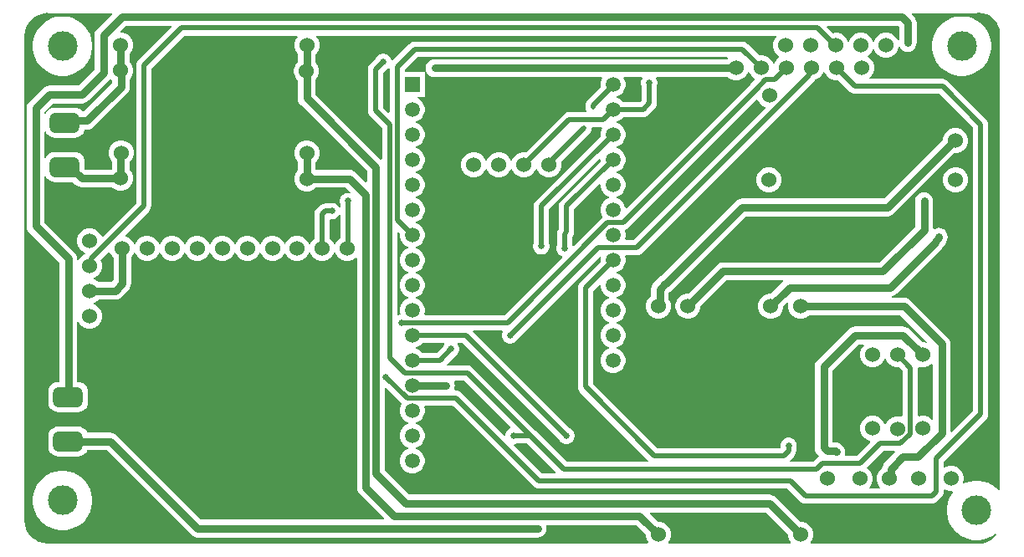
<source format=gbl>
G04*
G04 #@! TF.GenerationSoftware,Altium Limited,Altium Designer,21.0.8 (223)*
G04*
G04 Layer_Physical_Order=2*
G04 Layer_Color=16711680*
%FSLAX24Y24*%
%MOIN*%
G70*
G04*
G04 #@! TF.SameCoordinates,F666B87A-DE90-4157-A89C-B26E4A6581EA*
G04*
G04*
G04 #@! TF.FilePolarity,Positive*
G04*
G01*
G75*
%ADD20C,0.0200*%
%ADD21C,0.0300*%
%ADD23C,0.1181*%
%ADD24R,0.0594X0.0594*%
%ADD25C,0.0594*%
%ADD26C,0.0600*%
%ADD27C,0.0200*%
%ADD28C,0.0250*%
G04:AMPARAMS|DCode=29|XSize=78.7mil|YSize=118.1mil|CornerRadius=19.7mil|HoleSize=0mil|Usage=FLASHONLY|Rotation=270.000|XOffset=0mil|YOffset=0mil|HoleType=Round|Shape=RoundedRectangle|*
%AMROUNDEDRECTD29*
21,1,0.0787,0.0787,0,0,270.0*
21,1,0.0394,0.1181,0,0,270.0*
1,1,0.0394,-0.0394,-0.0197*
1,1,0.0394,-0.0394,0.0197*
1,1,0.0394,0.0394,0.0197*
1,1,0.0394,0.0394,-0.0197*
%
%ADD29ROUNDEDRECTD29*%
G36*
X38456Y21392D02*
X38611Y21344D01*
X38755Y21268D01*
X38881Y21164D01*
X38984Y21038D01*
X39061Y20895D01*
X39108Y20739D01*
X39124Y20577D01*
X39116Y20497D01*
X39116D01*
X39115Y20472D01*
X39115Y20448D01*
Y2394D01*
X39065Y2373D01*
X38960Y2478D01*
X38810Y2588D01*
X38644Y2672D01*
X38466Y2730D01*
X38282Y2759D01*
X38096D01*
X37912Y2730D01*
X37734Y2672D01*
X37695Y2652D01*
X37652Y2686D01*
X37674Y2770D01*
Y2902D01*
X37640Y3029D01*
X37575Y3143D01*
X37481Y3236D01*
X37367Y3302D01*
X37240Y3336D01*
X37109D01*
X36981Y3302D01*
X36926Y3270D01*
X36883Y3295D01*
Y3515D01*
X38564Y5196D01*
X38564Y5196D01*
X38612Y5259D01*
X38642Y5332D01*
X38653Y5410D01*
Y16950D01*
X38653Y16950D01*
X38642Y17028D01*
X38612Y17101D01*
X38564Y17164D01*
X37044Y18683D01*
X36982Y18732D01*
X36909Y18762D01*
X36830Y18772D01*
X33934D01*
X33919Y18822D01*
X34001Y18904D01*
X34067Y19018D01*
X34101Y19146D01*
Y19277D01*
X34067Y19404D01*
X34001Y19518D01*
X33908Y19611D01*
X33861Y19639D01*
Y19689D01*
X33890Y19706D01*
X33984Y19799D01*
X34049Y19913D01*
X34058Y19947D01*
X34108D01*
X34118Y19913D01*
X34183Y19799D01*
X34276Y19706D01*
X34390Y19640D01*
X34518Y19606D01*
X34649D01*
X34776Y19640D01*
X34890Y19706D01*
X34984Y19799D01*
X35049Y19913D01*
X35083Y20040D01*
X35133Y20050D01*
X35144Y20023D01*
X35200Y19950D01*
X35273Y19894D01*
X35359Y19859D01*
X35450Y19847D01*
X35541Y19859D01*
X35627Y19894D01*
X35700Y19950D01*
X35756Y20023D01*
X35791Y20109D01*
X35803Y20200D01*
Y21000D01*
X35791Y21091D01*
X35756Y21177D01*
X35700Y21250D01*
X35597Y21352D01*
X35616Y21399D01*
X38189D01*
X38214Y21400D01*
X38214Y21400D01*
X38293Y21408D01*
X38456Y21392D01*
D02*
G37*
G36*
X35097Y20854D02*
Y20329D01*
X35091Y20325D01*
X35024Y20343D01*
X34984Y20413D01*
X34890Y20506D01*
X34776Y20572D01*
X34649Y20606D01*
X34518D01*
X34390Y20572D01*
X34276Y20506D01*
X34183Y20413D01*
X34118Y20299D01*
X34108Y20265D01*
X34058D01*
X34049Y20299D01*
X33984Y20413D01*
X33890Y20506D01*
X33776Y20572D01*
X33649Y20606D01*
X33518D01*
X33390Y20572D01*
X33276Y20506D01*
X33183Y20413D01*
X33118Y20299D01*
X33108Y20265D01*
X33058D01*
X33049Y20299D01*
X32984Y20413D01*
X32890Y20506D01*
X32776Y20572D01*
X32649Y20606D01*
X32518D01*
X32482Y20596D01*
X32227Y20851D01*
X32246Y20897D01*
X35054D01*
X35097Y20854D01*
D02*
G37*
G36*
X30222Y20451D02*
X30183Y20413D01*
X30118Y20299D01*
X30083Y20172D01*
Y20040D01*
X30118Y19913D01*
X30183Y19799D01*
X30276Y19706D01*
X30323Y19679D01*
Y19629D01*
X30294Y19612D01*
X30201Y19519D01*
X30135Y19405D01*
X30126Y19374D01*
X30075D01*
X30066Y19405D01*
X30001Y19519D01*
X29908Y19612D01*
X29794Y19678D01*
X29666Y19712D01*
X29535D01*
X29530Y19710D01*
X29076Y20164D01*
X29014Y20212D01*
X28941Y20242D01*
X28862Y20253D01*
X15800D01*
X15722Y20242D01*
X15649Y20212D01*
X15586Y20164D01*
X15586Y20164D01*
X14923Y19501D01*
X14868Y19517D01*
X14853Y19575D01*
X14810Y19650D01*
X14750Y19710D01*
X14675Y19753D01*
X14593Y19775D01*
X14507D01*
X14425Y19753D01*
X14350Y19710D01*
X14290Y19650D01*
X14247Y19575D01*
X14247Y19575D01*
X14036Y19364D01*
X13988Y19301D01*
X13958Y19228D01*
X13947Y19150D01*
Y17500D01*
X13958Y17422D01*
X13988Y17349D01*
X14036Y17286D01*
X14497Y16825D01*
Y15567D01*
X14451Y15548D01*
X11853Y18146D01*
Y18738D01*
X11896Y18781D01*
X11961Y18895D01*
X11995Y19022D01*
Y19154D01*
X11961Y19281D01*
X11896Y19395D01*
X11851Y19440D01*
Y19753D01*
X11900Y19802D01*
X11966Y19916D01*
X12000Y20043D01*
Y20175D01*
X11966Y20302D01*
X11900Y20416D01*
X11865Y20451D01*
X11884Y20497D01*
X30203D01*
X30222Y20451D01*
D02*
G37*
G36*
X29135Y19019D02*
X29200Y18905D01*
X29294Y18812D01*
X29343Y18783D01*
X29349Y18734D01*
X29190Y18574D01*
X29168Y18546D01*
X24244Y13622D01*
X24190Y13639D01*
X24163Y13742D01*
X24098Y13855D01*
X24005Y13947D01*
X23892Y14013D01*
X23850Y14024D01*
Y14076D01*
X23892Y14087D01*
X24005Y14152D01*
X24098Y14245D01*
X24163Y14358D01*
X24197Y14484D01*
Y14615D01*
X24163Y14742D01*
X24098Y14855D01*
X24005Y14947D01*
X23892Y15013D01*
X23850Y15024D01*
Y15076D01*
X23892Y15087D01*
X24005Y15152D01*
X24098Y15245D01*
X24163Y15358D01*
X24197Y15484D01*
Y15615D01*
X24163Y15742D01*
X24098Y15855D01*
X24005Y15947D01*
X23892Y16013D01*
X23850Y16024D01*
Y16076D01*
X23892Y16087D01*
X24005Y16152D01*
X24098Y16245D01*
X24163Y16358D01*
X24197Y16484D01*
Y16615D01*
X24163Y16742D01*
X24098Y16855D01*
X24005Y16947D01*
X23892Y17013D01*
X23850Y17024D01*
Y17076D01*
X23892Y17087D01*
X24005Y17152D01*
X24098Y17245D01*
X24099Y17247D01*
X24900D01*
X24978Y17258D01*
X25051Y17288D01*
X25114Y17336D01*
X25364Y17586D01*
X25364Y17586D01*
X25412Y17649D01*
X25442Y17722D01*
X25453Y17800D01*
Y18487D01*
X25453Y18487D01*
X25475Y18570D01*
Y18655D01*
X25453Y18738D01*
X25419Y18797D01*
X25440Y18847D01*
X28264D01*
X28294Y18816D01*
X28408Y18751D01*
X28535Y18717D01*
X28667D01*
X28794Y18751D01*
X28908Y18816D01*
X29001Y18910D01*
X29067Y19024D01*
X29074Y19051D01*
X29126D01*
X29135Y19019D01*
D02*
G37*
G36*
X24881Y18797D02*
X24847Y18738D01*
X24825Y18655D01*
Y18570D01*
X24847Y18487D01*
X24847Y18487D01*
Y17925D01*
X24775Y17853D01*
X24099D01*
X24098Y17855D01*
X24005Y17947D01*
X23892Y18013D01*
X23850Y18024D01*
Y18076D01*
X23892Y18087D01*
X24005Y18152D01*
X24098Y18245D01*
X24163Y18358D01*
X24197Y18484D01*
Y18615D01*
X24163Y18742D01*
X24127Y18804D01*
X24152Y18847D01*
X24860D01*
X24881Y18797D01*
D02*
G37*
G36*
X3747Y18724D02*
Y18596D01*
X2621Y17471D01*
X2562Y17474D01*
X2536Y17508D01*
X2453Y17572D01*
X2357Y17612D01*
X2253Y17626D01*
X1466D01*
X1362Y17612D01*
X1265Y17572D01*
X1183Y17508D01*
X1119Y17425D01*
X1103Y17387D01*
X1053Y17397D01*
Y17454D01*
X1396Y17797D01*
X2550D01*
X2641Y17809D01*
X2727Y17844D01*
X2800Y17900D01*
X3650Y18750D01*
X3656Y18759D01*
X3707Y18762D01*
X3747Y18724D01*
D02*
G37*
G36*
X14774Y19182D02*
X14797Y19172D01*
Y17446D01*
X14751Y17427D01*
X14553Y17625D01*
Y19025D01*
X14675Y19147D01*
X14675Y19147D01*
X14747Y19189D01*
X14774Y19182D01*
D02*
G37*
G36*
X6123Y20851D02*
X4786Y19514D01*
X4738Y19451D01*
X4708Y19378D01*
X4697Y19300D01*
Y13825D01*
X3367Y12495D01*
X3319Y12508D01*
X3317Y12515D01*
X3252Y12629D01*
X3159Y12722D01*
X3045Y12788D01*
X2917Y12822D01*
X2786D01*
X2659Y12788D01*
X2545Y12722D01*
X2451Y12629D01*
X2386Y12515D01*
X2352Y12387D01*
Y12256D01*
X2386Y12129D01*
X2451Y12015D01*
X2545Y11922D01*
X2659Y11856D01*
X2664Y11805D01*
X2659Y11788D01*
X2545Y11722D01*
X2451Y11629D01*
X2403Y11545D01*
X2353Y11558D01*
Y11606D01*
X2341Y11697D01*
X2306Y11782D01*
X2250Y11856D01*
X1053Y13052D01*
Y14888D01*
X1103Y14898D01*
X1119Y14860D01*
X1183Y14777D01*
X1265Y14713D01*
X1362Y14673D01*
X1466Y14660D01*
X2179D01*
X2281Y14558D01*
X2354Y14502D01*
X2440Y14466D01*
X2531Y14454D01*
X3739D01*
X3786Y14407D01*
X3900Y14341D01*
X4027Y14307D01*
X4159D01*
X4286Y14341D01*
X4400Y14407D01*
X4493Y14500D01*
X4559Y14614D01*
X4593Y14741D01*
Y14873D01*
X4559Y15000D01*
X4493Y15114D01*
X4448Y15159D01*
Y15472D01*
X4498Y15521D01*
X4564Y15635D01*
X4598Y15763D01*
Y15894D01*
X4564Y16021D01*
X4498Y16135D01*
X4405Y16228D01*
X4291Y16294D01*
X4163Y16328D01*
X4032D01*
X3905Y16294D01*
X3791Y16228D01*
X3697Y16135D01*
X3632Y16021D01*
X3598Y15894D01*
Y15763D01*
X3632Y15635D01*
X3697Y15521D01*
X3742Y15477D01*
Y15164D01*
X3739Y15160D01*
X2677D01*
X2653Y15184D01*
Y15454D01*
X2640Y15557D01*
X2600Y15654D01*
X2536Y15737D01*
X2453Y15800D01*
X2357Y15840D01*
X2253Y15854D01*
X1466D01*
X1362Y15840D01*
X1265Y15800D01*
X1183Y15737D01*
X1119Y15654D01*
X1103Y15615D01*
X1053Y15625D01*
Y16660D01*
X1103Y16670D01*
X1119Y16631D01*
X1183Y16549D01*
X1265Y16485D01*
X1362Y16445D01*
X1466Y16431D01*
X2253D01*
X2357Y16445D01*
X2453Y16485D01*
X2536Y16549D01*
X2600Y16631D01*
X2640Y16728D01*
X2642Y16747D01*
X2750D01*
X2841Y16759D01*
X2927Y16794D01*
X3000Y16850D01*
X4350Y18200D01*
X4406Y18273D01*
X4441Y18359D01*
X4453Y18450D01*
Y18759D01*
X4490Y18796D01*
X4556Y18910D01*
X4590Y19037D01*
Y19169D01*
X4556Y19296D01*
X4490Y19410D01*
X4445Y19455D01*
Y19768D01*
X4495Y19817D01*
X4561Y19931D01*
X4595Y20058D01*
Y20190D01*
X4561Y20317D01*
X4495Y20431D01*
X4402Y20524D01*
X4288Y20590D01*
X4160Y20624D01*
X4094D01*
X4073Y20674D01*
X4296Y20897D01*
X6104D01*
X6123Y20851D01*
D02*
G37*
G36*
X11135Y20451D02*
X11100Y20416D01*
X11034Y20302D01*
X11000Y20175D01*
Y20043D01*
X11034Y19916D01*
X11100Y19802D01*
X11145Y19757D01*
Y19444D01*
X11095Y19395D01*
X11030Y19281D01*
X10995Y19154D01*
Y19022D01*
X11030Y18895D01*
X11095Y18781D01*
X11147Y18729D01*
Y18000D01*
X11159Y17909D01*
X11194Y17823D01*
X11250Y17750D01*
X13897Y15104D01*
Y14668D01*
X13851Y14648D01*
X13457Y15042D01*
X13384Y15098D01*
X13299Y15133D01*
X13208Y15145D01*
X11854D01*
Y15457D01*
X11903Y15506D01*
X11969Y15620D01*
X12003Y15748D01*
Y15879D01*
X11969Y16006D01*
X11903Y16120D01*
X11810Y16214D01*
X11696Y16279D01*
X11569Y16313D01*
X11437D01*
X11310Y16279D01*
X11196Y16214D01*
X11103Y16120D01*
X11037Y16006D01*
X11003Y15879D01*
Y15748D01*
X11037Y15620D01*
X11103Y15506D01*
X11148Y15462D01*
Y15149D01*
X11098Y15099D01*
X11033Y14985D01*
X10998Y14858D01*
Y14727D01*
X11033Y14599D01*
X11098Y14485D01*
X11191Y14392D01*
X11305Y14326D01*
X11433Y14292D01*
X11564D01*
X11691Y14326D01*
X11805Y14392D01*
X11853Y14439D01*
X13061D01*
X13235Y14265D01*
X13210Y14221D01*
X13193Y14225D01*
X13107D01*
X13025Y14203D01*
X12950Y14160D01*
X12890Y14100D01*
X12847Y14025D01*
X12825Y13943D01*
Y13857D01*
X12847Y13775D01*
X12847Y13774D01*
Y13643D01*
X12839Y13640D01*
X12797Y13635D01*
X12760Y13700D01*
X12700Y13760D01*
X12625Y13803D01*
X12543Y13825D01*
X12457D01*
X12375Y13803D01*
X12374Y13803D01*
X12234D01*
X12156Y13792D01*
X12083Y13762D01*
X12021Y13714D01*
X12021Y13714D01*
X11903Y13597D01*
X11855Y13534D01*
X11825Y13461D01*
X11815Y13383D01*
Y12411D01*
X11810Y12408D01*
X11717Y12315D01*
X11651Y12201D01*
X11642Y12167D01*
X11592D01*
X11583Y12201D01*
X11517Y12315D01*
X11424Y12408D01*
X11310Y12474D01*
X11183Y12508D01*
X11051D01*
X10924Y12474D01*
X10810Y12408D01*
X10717Y12315D01*
X10652Y12201D01*
X10639Y12198D01*
X10612D01*
X10600Y12201D01*
X10534Y12315D01*
X10441Y12408D01*
X10327Y12474D01*
X10200Y12508D01*
X10068D01*
X9941Y12474D01*
X9827Y12408D01*
X9734Y12315D01*
X9668Y12201D01*
X9659Y12167D01*
X9609D01*
X9600Y12201D01*
X9534Y12315D01*
X9441Y12408D01*
X9327Y12474D01*
X9200Y12508D01*
X9068D01*
X8941Y12474D01*
X8827Y12408D01*
X8734Y12315D01*
X8668Y12201D01*
X8659Y12167D01*
X8609D01*
X8600Y12201D01*
X8534Y12315D01*
X8441Y12408D01*
X8327Y12474D01*
X8200Y12508D01*
X8068D01*
X7941Y12474D01*
X7827Y12408D01*
X7734Y12315D01*
X7668Y12201D01*
X7659Y12167D01*
X7609D01*
X7600Y12201D01*
X7534Y12315D01*
X7441Y12408D01*
X7327Y12474D01*
X7200Y12508D01*
X7068D01*
X6941Y12474D01*
X6827Y12408D01*
X6734Y12315D01*
X6668Y12201D01*
X6659Y12167D01*
X6609D01*
X6600Y12201D01*
X6534Y12315D01*
X6441Y12408D01*
X6327Y12474D01*
X6200Y12508D01*
X6068D01*
X5941Y12474D01*
X5827Y12408D01*
X5734Y12315D01*
X5668Y12201D01*
X5659Y12167D01*
X5609D01*
X5600Y12201D01*
X5534Y12315D01*
X5441Y12408D01*
X5327Y12474D01*
X5200Y12508D01*
X5068D01*
X4941Y12474D01*
X4827Y12408D01*
X4734Y12315D01*
X4668Y12201D01*
X4659Y12167D01*
X4609D01*
X4600Y12201D01*
X4534Y12315D01*
X4441Y12408D01*
X4327Y12474D01*
X4276Y12487D01*
X4264Y12536D01*
X5214Y13486D01*
X5262Y13549D01*
X5292Y13622D01*
X5303Y13700D01*
Y19175D01*
X6625Y20497D01*
X11116D01*
X11135Y20451D01*
D02*
G37*
G36*
X29473Y17924D02*
X29532Y17821D01*
X29625Y17728D01*
X29739Y17662D01*
X29766Y17655D01*
X29779Y17607D01*
X24525Y12353D01*
X24213D01*
X24175Y12403D01*
X24197Y12484D01*
Y12615D01*
X24173Y12704D01*
X24175Y12749D01*
X24206Y12767D01*
X24248Y12785D01*
X24311Y12833D01*
X29419Y17941D01*
X29473Y17924D01*
D02*
G37*
G36*
X12839Y13360D02*
X12847Y13357D01*
Y12429D01*
X12810Y12408D01*
X12717Y12315D01*
X12651Y12201D01*
X12642Y12167D01*
X12592D01*
X12583Y12201D01*
X12517Y12315D01*
X12424Y12408D01*
X12420Y12411D01*
Y13146D01*
X12457Y13175D01*
X12543D01*
X12625Y13197D01*
X12700Y13240D01*
X12760Y13300D01*
X12797Y13365D01*
X12839Y13360D01*
D02*
G37*
G36*
X23203Y14555D02*
Y14484D01*
X23237Y14358D01*
X23302Y14245D01*
X23395Y14152D01*
X23508Y14087D01*
X23550Y14076D01*
Y14024D01*
X23508Y14013D01*
X23395Y13947D01*
X23302Y13855D01*
X23237Y13742D01*
X23203Y13615D01*
Y13484D01*
X23237Y13358D01*
X23289Y13268D01*
X23280Y13261D01*
X22132Y12113D01*
X22084Y12126D01*
X22080Y12141D01*
X22080Y12142D01*
Y12472D01*
X22112Y12515D01*
X22142Y12588D01*
X22153Y12666D01*
Y13575D01*
X23153Y14575D01*
X23203Y14555D01*
D02*
G37*
G36*
X3654Y11865D02*
X3668Y11815D01*
X3734Y11701D01*
X3797Y11638D01*
Y10746D01*
X3725Y10675D01*
X3206D01*
X3159Y10722D01*
X3045Y10788D01*
X3011Y10797D01*
Y10847D01*
X3045Y10856D01*
X3159Y10922D01*
X3252Y11015D01*
X3317Y11129D01*
X3352Y11256D01*
Y11387D01*
X3317Y11515D01*
X3290Y11562D01*
X3606Y11878D01*
X3654Y11865D01*
D02*
G37*
G36*
X28275Y19597D02*
X28230Y19553D01*
X16600D01*
X16509Y19541D01*
X16423Y19506D01*
X16350Y19450D01*
X16294Y19377D01*
X16259Y19291D01*
X16247Y19200D01*
X16259Y19109D01*
X16294Y19023D01*
X16350Y18950D01*
X16423Y18894D01*
X16509Y18859D01*
X16600Y18847D01*
X23248D01*
X23273Y18804D01*
X23237Y18742D01*
X23203Y18615D01*
Y18484D01*
X23214Y18442D01*
X22686Y17914D01*
X22638Y17851D01*
X22608Y17778D01*
X22597Y17700D01*
Y17650D01*
X22600Y17630D01*
Y17610D01*
X22605Y17591D01*
X22608Y17572D01*
X22615Y17553D01*
X22620Y17534D01*
X22630Y17517D01*
X22636Y17503D01*
X22631Y17487D01*
X22611Y17453D01*
X22610Y17453D01*
X21957D01*
X21879Y17442D01*
X21806Y17412D01*
X21743Y17364D01*
X21743Y17364D01*
X20232Y15853D01*
X20227Y15854D01*
X20096D01*
X19968Y15820D01*
X19854Y15754D01*
X19761Y15661D01*
X19695Y15547D01*
X19686Y15513D01*
X19636D01*
X19627Y15547D01*
X19562Y15661D01*
X19468Y15754D01*
X19354Y15820D01*
X19227Y15854D01*
X19096D01*
X18968Y15820D01*
X18854Y15754D01*
X18761Y15661D01*
X18695Y15547D01*
X18686Y15513D01*
X18636D01*
X18627Y15547D01*
X18562Y15661D01*
X18468Y15754D01*
X18354Y15820D01*
X18227Y15854D01*
X18096D01*
X17968Y15820D01*
X17854Y15754D01*
X17761Y15661D01*
X17695Y15547D01*
X17661Y15420D01*
Y15289D01*
X17695Y15161D01*
X17761Y15047D01*
X17854Y14954D01*
X17968Y14888D01*
X18096Y14854D01*
X18227D01*
X18354Y14888D01*
X18468Y14954D01*
X18562Y15047D01*
X18627Y15161D01*
X18636Y15195D01*
X18686D01*
X18695Y15161D01*
X18761Y15047D01*
X18854Y14954D01*
X18968Y14888D01*
X19096Y14854D01*
X19227D01*
X19354Y14888D01*
X19468Y14954D01*
X19562Y15047D01*
X19627Y15161D01*
X19636Y15195D01*
X19686D01*
X19695Y15161D01*
X19761Y15047D01*
X19854Y14954D01*
X19968Y14888D01*
X20096Y14854D01*
X20227D01*
X20354Y14888D01*
X20468Y14954D01*
X20562Y15047D01*
X20627Y15161D01*
X20636Y15195D01*
X20686D01*
X20695Y15161D01*
X20761Y15047D01*
X20854Y14954D01*
X20968Y14888D01*
X21096Y14854D01*
X21227D01*
X21354Y14888D01*
X21468Y14954D01*
X21562Y15047D01*
X21627Y15161D01*
X21661Y15289D01*
Y15420D01*
X21648Y15470D01*
X22764Y16586D01*
X22776Y16602D01*
X22790Y16616D01*
X22800Y16633D01*
X22812Y16649D01*
X22820Y16667D01*
X22830Y16684D01*
X22835Y16703D01*
X22842Y16722D01*
X22845Y16741D01*
X22850Y16760D01*
Y16780D01*
X22853Y16800D01*
X22887Y16847D01*
X23248D01*
X23273Y16804D01*
X23237Y16742D01*
X23203Y16615D01*
Y16484D01*
X23204Y16482D01*
X20636Y13914D01*
X20588Y13851D01*
X20558Y13778D01*
X20547Y13700D01*
Y12226D01*
X20547Y12225D01*
X20525Y12143D01*
Y12057D01*
X20547Y11975D01*
X20590Y11900D01*
X20650Y11840D01*
X20725Y11797D01*
X20807Y11775D01*
X20893D01*
X20975Y11797D01*
X21050Y11840D01*
X21110Y11900D01*
X21153Y11975D01*
X21175Y12057D01*
Y12143D01*
X21153Y12225D01*
X21153Y12226D01*
Y13575D01*
X23153Y15575D01*
X23203Y15555D01*
Y15484D01*
X23204Y15482D01*
X21636Y13914D01*
X21588Y13851D01*
X21558Y13778D01*
X21547Y13700D01*
Y12786D01*
X21515Y12744D01*
X21485Y12671D01*
X21474Y12593D01*
Y12142D01*
X21474Y12141D01*
X21452Y12059D01*
Y11973D01*
X21474Y11890D01*
X21517Y11816D01*
X21577Y11756D01*
X21652Y11713D01*
X21667Y11709D01*
X21680Y11661D01*
X19372Y9353D01*
X16213D01*
X16175Y9403D01*
X16197Y9485D01*
Y9615D01*
X16163Y9742D01*
X16098Y9855D01*
X16005Y9948D01*
X15892Y10013D01*
X15850Y10024D01*
Y10076D01*
X15892Y10087D01*
X16005Y10152D01*
X16098Y10245D01*
X16163Y10358D01*
X16197Y10485D01*
Y10615D01*
X16163Y10742D01*
X16098Y10855D01*
X16005Y10948D01*
X15892Y11013D01*
X15850Y11024D01*
Y11076D01*
X15892Y11087D01*
X16005Y11152D01*
X16098Y11245D01*
X16163Y11358D01*
X16197Y11485D01*
Y11615D01*
X16163Y11742D01*
X16098Y11855D01*
X16005Y11948D01*
X15892Y12013D01*
X15850Y12024D01*
Y12076D01*
X15892Y12087D01*
X16005Y12152D01*
X16098Y12245D01*
X16163Y12358D01*
X16197Y12485D01*
Y12615D01*
X16163Y12742D01*
X16098Y12855D01*
X16005Y12948D01*
X15892Y13013D01*
X15850Y13024D01*
Y13076D01*
X15892Y13087D01*
X16005Y13152D01*
X16098Y13245D01*
X16163Y13358D01*
X16197Y13485D01*
Y13615D01*
X16163Y13742D01*
X16098Y13855D01*
X16005Y13948D01*
X15892Y14013D01*
X15850Y14024D01*
Y14076D01*
X15892Y14087D01*
X16005Y14152D01*
X16098Y14245D01*
X16163Y14358D01*
X16197Y14485D01*
Y14615D01*
X16163Y14742D01*
X16098Y14855D01*
X16005Y14948D01*
X15892Y15013D01*
X15850Y15024D01*
Y15076D01*
X15892Y15087D01*
X16005Y15152D01*
X16098Y15245D01*
X16163Y15358D01*
X16197Y15485D01*
Y15615D01*
X16163Y15742D01*
X16098Y15855D01*
X16005Y15948D01*
X15892Y16013D01*
X15850Y16024D01*
Y16076D01*
X15892Y16087D01*
X16005Y16152D01*
X16098Y16245D01*
X16163Y16358D01*
X16197Y16485D01*
Y16615D01*
X16163Y16742D01*
X16098Y16855D01*
X16005Y16948D01*
X15892Y17013D01*
X15850Y17024D01*
Y17076D01*
X15892Y17087D01*
X16005Y17152D01*
X16098Y17245D01*
X16163Y17358D01*
X16197Y17485D01*
Y17615D01*
X16163Y17742D01*
X16098Y17855D01*
X16005Y17948D01*
X15909Y18003D01*
X15922Y18053D01*
X16197D01*
Y19047D01*
X15403D01*
Y19125D01*
X15925Y19647D01*
X28254D01*
X28275Y19597D01*
D02*
G37*
G36*
X15204Y12618D02*
X15203Y12615D01*
Y12485D01*
X15237Y12358D01*
X15302Y12245D01*
X15395Y12152D01*
X15508Y12087D01*
X15550Y12076D01*
Y12024D01*
X15508Y12013D01*
X15395Y11948D01*
X15302Y11855D01*
X15237Y11742D01*
X15203Y11615D01*
Y11485D01*
X15237Y11358D01*
X15302Y11245D01*
X15395Y11152D01*
X15508Y11087D01*
X15550Y11076D01*
Y11024D01*
X15508Y11013D01*
X15395Y10948D01*
X15302Y10855D01*
X15237Y10742D01*
X15203Y10615D01*
Y10485D01*
X15237Y10358D01*
X15302Y10245D01*
X15395Y10152D01*
X15508Y10087D01*
X15550Y10076D01*
Y10024D01*
X15508Y10013D01*
X15395Y9948D01*
X15302Y9855D01*
X15237Y9742D01*
X15203Y9615D01*
Y9485D01*
X15231Y9380D01*
X15224Y9372D01*
X15153Y9352D01*
X15103Y9378D01*
Y12654D01*
X15149Y12673D01*
X15204Y12618D01*
D02*
G37*
G36*
X23218Y11669D02*
X23203Y11615D01*
Y11484D01*
X23207Y11471D01*
X22386Y10650D01*
X22338Y10588D01*
X22308Y10515D01*
X22297Y10436D01*
Y6500D01*
X22308Y6422D01*
X22338Y6349D01*
X22386Y6286D01*
X25119Y3553D01*
X25099Y3503D01*
X21875D01*
X20614Y4764D01*
X18117Y7261D01*
X18054Y7309D01*
X17981Y7339D01*
X17903Y7350D01*
X17093D01*
X17074Y7396D01*
X17375Y7697D01*
X17375Y7697D01*
X17450Y7740D01*
X17510Y7800D01*
X17553Y7875D01*
X17575Y7957D01*
Y8043D01*
X17553Y8125D01*
X17511Y8197D01*
X17518Y8224D01*
X17528Y8247D01*
X17725D01*
X21547Y4425D01*
X21547Y4425D01*
X21590Y4350D01*
X21650Y4290D01*
X21725Y4247D01*
X21807Y4225D01*
X21893D01*
X21975Y4247D01*
X22050Y4290D01*
X22110Y4350D01*
X22153Y4425D01*
X22175Y4507D01*
Y4593D01*
X22153Y4675D01*
X22110Y4750D01*
X22050Y4810D01*
X21975Y4853D01*
X21975Y4853D01*
X18127Y8701D01*
X18146Y8747D01*
X19289D01*
X19314Y8704D01*
X19297Y8675D01*
X19275Y8593D01*
Y8507D01*
X19297Y8425D01*
X19340Y8350D01*
X19400Y8290D01*
X19475Y8247D01*
X19557Y8225D01*
X19643D01*
X19725Y8247D01*
X19800Y8290D01*
X19860Y8350D01*
X19903Y8425D01*
X19903Y8425D01*
X23173Y11695D01*
X23218Y11669D01*
D02*
G37*
G36*
X16982Y8224D02*
X16989Y8197D01*
X16947Y8125D01*
X16947Y8125D01*
X16675Y7853D01*
X16099D01*
X16098Y7855D01*
X16005Y7948D01*
X15892Y8013D01*
X15850Y8024D01*
Y8076D01*
X15892Y8087D01*
X16005Y8152D01*
X16098Y8245D01*
X16099Y8247D01*
X16972D01*
X16982Y8224D01*
D02*
G37*
G36*
X36447Y7390D02*
Y5213D01*
X36401Y5194D01*
X36355Y5239D01*
X36241Y5305D01*
X36114Y5339D01*
X35982D01*
X35901Y5317D01*
X35851Y5356D01*
Y7250D01*
X35870Y7273D01*
X35897Y7289D01*
X35981Y7267D01*
X36112D01*
X36239Y7301D01*
X36353Y7367D01*
X36397Y7411D01*
X36447Y7390D01*
D02*
G37*
G36*
X33706Y8147D02*
X33640Y8081D01*
X33574Y7967D01*
X33540Y7840D01*
Y7708D01*
X33574Y7581D01*
X33640Y7467D01*
X33733Y7374D01*
X33847Y7308D01*
X33975Y7274D01*
X34106D01*
X34233Y7308D01*
X34347Y7374D01*
X34440Y7467D01*
X34506Y7581D01*
X34513Y7607D01*
X34565D01*
X34573Y7576D01*
X34639Y7462D01*
X34732Y7369D01*
X34846Y7303D01*
X34974Y7269D01*
X35105D01*
X35110Y7270D01*
X35245Y7135D01*
Y5344D01*
X35195Y5305D01*
X35105Y5330D01*
X34974D01*
X34846Y5295D01*
X34732Y5230D01*
X34639Y5137D01*
X34573Y5023D01*
X34571Y5012D01*
X34521D01*
X34516Y5030D01*
X34450Y5144D01*
X34357Y5237D01*
X34243Y5303D01*
X34116Y5337D01*
X33984D01*
X33857Y5303D01*
X33743Y5237D01*
X33650Y5144D01*
X33584Y5030D01*
X33550Y4903D01*
Y4771D01*
X33584Y4644D01*
X33650Y4530D01*
X33743Y4437D01*
X33857Y4371D01*
X33948Y4346D01*
X33963Y4291D01*
X33425Y3753D01*
X32963D01*
X32935Y3794D01*
X32941Y3809D01*
X32953Y3900D01*
X32941Y3991D01*
X32906Y4077D01*
X32850Y4150D01*
X32811Y4188D01*
X32738Y4244D01*
X32653Y4279D01*
X32562Y4291D01*
X32453D01*
Y7154D01*
X33496Y8197D01*
X33686D01*
X33706Y8147D01*
D02*
G37*
G36*
X32136Y19023D02*
X32202Y18909D01*
X32295Y18815D01*
X32409Y18750D01*
X32536Y18716D01*
X32668D01*
X32673Y18717D01*
X33134Y18256D01*
X33197Y18207D01*
X33270Y18177D01*
X33348Y18167D01*
X36705D01*
X38047Y16825D01*
Y5535D01*
X37203Y4691D01*
X37153Y4712D01*
Y8200D01*
X37141Y8291D01*
X37106Y8377D01*
X37050Y8450D01*
X35546Y9953D01*
X35473Y10009D01*
X35388Y10044D01*
X35297Y10056D01*
X34825D01*
X34821Y10106D01*
X34841Y10109D01*
X34927Y10144D01*
X35000Y10200D01*
X35930Y11131D01*
X35930Y11131D01*
X36800Y12000D01*
X36856Y12073D01*
X36876Y12123D01*
X36938Y12185D01*
X36994Y12258D01*
X37029Y12343D01*
X37041Y12434D01*
Y12488D01*
X37029Y12580D01*
X36994Y12665D01*
X36938Y12738D01*
X36865Y12794D01*
X36780Y12829D01*
X36688Y12841D01*
X36597Y12829D01*
X36512Y12794D01*
X36503Y12787D01*
X36453Y12812D01*
Y13900D01*
X36441Y13991D01*
X36406Y14077D01*
X36350Y14150D01*
X36277Y14206D01*
X36191Y14241D01*
X36100Y14253D01*
X36009Y14241D01*
X35923Y14206D01*
X35850Y14150D01*
X35794Y14077D01*
X35759Y13991D01*
X35747Y13900D01*
Y12896D01*
X34304Y11453D01*
X28088D01*
X27996Y11441D01*
X27911Y11406D01*
X27838Y11350D01*
X26697Y10208D01*
X26630D01*
X26503Y10174D01*
X26389Y10108D01*
X26296Y10015D01*
X26230Y9901D01*
X26196Y9774D01*
Y9643D01*
X26230Y9515D01*
X26296Y9401D01*
X26389Y9308D01*
X26503Y9242D01*
X26630Y9208D01*
X26762D01*
X26889Y9242D01*
X27003Y9308D01*
X27096Y9401D01*
X27162Y9515D01*
X27196Y9643D01*
Y9709D01*
X28234Y10747D01*
X30473D01*
X30485Y10710D01*
X30486Y10697D01*
X29993Y10204D01*
X29926D01*
X29799Y10169D01*
X29685Y10104D01*
X29592Y10011D01*
X29526Y9897D01*
X29492Y9769D01*
Y9638D01*
X29526Y9511D01*
X29592Y9397D01*
X29685Y9303D01*
X29799Y9238D01*
X29926Y9204D01*
X30058D01*
X30185Y9238D01*
X30299Y9303D01*
X30392Y9397D01*
X30458Y9511D01*
X30492Y9638D01*
Y9704D01*
X30650Y9862D01*
X30694Y9836D01*
X30677Y9769D01*
Y9638D01*
X30711Y9510D01*
X30776Y9396D01*
X30870Y9303D01*
X30984Y9237D01*
X31111Y9203D01*
X31242D01*
X31370Y9237D01*
X31484Y9303D01*
X31531Y9350D01*
X35150D01*
X36207Y8293D01*
X36182Y8248D01*
X36112Y8267D01*
X36046D01*
X35513Y8800D01*
X35440Y8856D01*
X35355Y8891D01*
X35263Y8903D01*
X33350D01*
X33350Y8903D01*
X33259Y8891D01*
X33173Y8856D01*
X33100Y8800D01*
X31850Y7550D01*
X31794Y7477D01*
X31759Y7391D01*
X31747Y7300D01*
Y4076D01*
X31759Y3984D01*
X31794Y3899D01*
X31850Y3826D01*
X31913Y3763D01*
X31905Y3721D01*
X31896Y3710D01*
X31836Y3664D01*
X31836Y3664D01*
X31675Y3503D01*
X30759D01*
X30738Y3553D01*
X30914Y3728D01*
X30962Y3791D01*
X30992Y3864D01*
X31003Y3942D01*
Y4024D01*
X31003Y4025D01*
X31025Y4107D01*
Y4193D01*
X31003Y4275D01*
X30960Y4350D01*
X30900Y4410D01*
X30825Y4453D01*
X30743Y4475D01*
X30657D01*
X30575Y4453D01*
X30500Y4410D01*
X30440Y4350D01*
X30397Y4275D01*
X30375Y4193D01*
Y4107D01*
X30380Y4090D01*
X30342Y4043D01*
X25485D01*
X22903Y6625D01*
Y10311D01*
X23157Y10565D01*
X23203Y10546D01*
Y10484D01*
X23237Y10358D01*
X23302Y10245D01*
X23395Y10152D01*
X23508Y10087D01*
X23550Y10076D01*
Y10024D01*
X23508Y10013D01*
X23395Y9947D01*
X23302Y9855D01*
X23237Y9742D01*
X23203Y9615D01*
Y9484D01*
X23237Y9358D01*
X23302Y9245D01*
X23395Y9152D01*
X23508Y9087D01*
X23550Y9076D01*
Y9024D01*
X23508Y9013D01*
X23395Y8947D01*
X23302Y8855D01*
X23237Y8742D01*
X23203Y8615D01*
Y8484D01*
X23237Y8358D01*
X23302Y8245D01*
X23395Y8152D01*
X23508Y8087D01*
X23550Y8076D01*
Y8024D01*
X23508Y8013D01*
X23395Y7947D01*
X23302Y7855D01*
X23237Y7742D01*
X23203Y7615D01*
Y7484D01*
X23237Y7358D01*
X23302Y7245D01*
X23395Y7152D01*
X23508Y7087D01*
X23635Y7053D01*
X23765D01*
X23892Y7087D01*
X24005Y7152D01*
X24098Y7245D01*
X24163Y7358D01*
X24197Y7484D01*
Y7615D01*
X24163Y7742D01*
X24098Y7855D01*
X24005Y7947D01*
X23892Y8013D01*
X23850Y8024D01*
Y8076D01*
X23892Y8087D01*
X24005Y8152D01*
X24098Y8245D01*
X24163Y8358D01*
X24197Y8484D01*
Y8615D01*
X24163Y8742D01*
X24098Y8855D01*
X24005Y8947D01*
X23892Y9013D01*
X23850Y9024D01*
Y9076D01*
X23892Y9087D01*
X24005Y9152D01*
X24098Y9245D01*
X24163Y9358D01*
X24197Y9484D01*
Y9615D01*
X24163Y9742D01*
X24098Y9855D01*
X24005Y9947D01*
X23892Y10013D01*
X23850Y10024D01*
Y10076D01*
X23892Y10087D01*
X24005Y10152D01*
X24098Y10245D01*
X24163Y10358D01*
X24197Y10484D01*
Y10615D01*
X24163Y10742D01*
X24098Y10855D01*
X24005Y10947D01*
X23892Y11013D01*
X23850Y11024D01*
Y11076D01*
X23892Y11087D01*
X24005Y11152D01*
X24098Y11245D01*
X24163Y11358D01*
X24197Y11484D01*
Y11615D01*
X24175Y11697D01*
X24213Y11747D01*
X24650D01*
X24728Y11758D01*
X24801Y11788D01*
X24864Y11836D01*
X31737Y18709D01*
X31756Y18733D01*
X31792Y18743D01*
X31906Y18809D01*
X32000Y18902D01*
X32065Y19016D01*
X32076Y19055D01*
X32127D01*
X32136Y19023D01*
D02*
G37*
G36*
X19623Y4899D02*
X19608Y4843D01*
X19550Y4810D01*
X19490Y4750D01*
X19447Y4675D01*
X19425Y4593D01*
Y4574D01*
X19375Y4553D01*
X17664Y6264D01*
X17601Y6312D01*
X17528Y6342D01*
X17450Y6353D01*
X17400D01*
X17368Y6403D01*
X17391Y6459D01*
X17403Y6550D01*
X17391Y6641D01*
X17369Y6695D01*
X17402Y6745D01*
X17778D01*
X19623Y4899D01*
D02*
G37*
G36*
X21423Y3099D02*
X21404Y3053D01*
X20875D01*
X19753Y4175D01*
X19774Y4225D01*
X19793D01*
X19875Y4247D01*
X19876Y4247D01*
X20275D01*
X21423Y3099D01*
D02*
G37*
G36*
X34942Y3891D02*
X34522Y3471D01*
X34466Y3398D01*
X34430Y3313D01*
X34421Y3244D01*
X34407Y3236D01*
X34314Y3143D01*
X34248Y3029D01*
X34214Y2902D01*
Y2770D01*
X34248Y2643D01*
X34314Y2529D01*
X34344Y2499D01*
X34325Y2453D01*
X33922D01*
X33903Y2499D01*
X33933Y2529D01*
X33999Y2643D01*
X34033Y2770D01*
Y2902D01*
X33999Y3029D01*
X33933Y3143D01*
X33840Y3236D01*
X33827Y3243D01*
X33821Y3293D01*
X34465Y3938D01*
X34923D01*
X34942Y3891D01*
D02*
G37*
G36*
X1181Y21399D02*
X3734D01*
X3753Y21352D01*
X3150Y20750D01*
X3094Y20677D01*
X3059Y20591D01*
X3047Y20500D01*
Y19146D01*
X2404Y18503D01*
X1250D01*
X1159Y18491D01*
X1073Y18456D01*
X1000Y18400D01*
X450Y17850D01*
X394Y17777D01*
X359Y17691D01*
X347Y17600D01*
Y12906D01*
X359Y12815D01*
X394Y12729D01*
X450Y12656D01*
X1647Y11460D01*
Y6690D01*
X1597D01*
X1493Y6677D01*
X1397Y6637D01*
X1314Y6573D01*
X1250Y6490D01*
X1210Y6394D01*
X1197Y6290D01*
Y5896D01*
X1210Y5793D01*
X1250Y5696D01*
X1314Y5613D01*
X1397Y5550D01*
X1493Y5510D01*
X1597Y5496D01*
X2384D01*
X2488Y5510D01*
X2585Y5550D01*
X2667Y5613D01*
X2731Y5696D01*
X2771Y5793D01*
X2785Y5896D01*
Y6290D01*
X2771Y6394D01*
X2731Y6490D01*
X2667Y6573D01*
X2585Y6637D01*
X2488Y6677D01*
X2384Y6690D01*
X2353D01*
Y9085D01*
X2403Y9099D01*
X2451Y9015D01*
X2545Y8922D01*
X2659Y8856D01*
X2786Y8822D01*
X2917D01*
X3045Y8856D01*
X3159Y8922D01*
X3252Y9015D01*
X3317Y9129D01*
X3352Y9256D01*
Y9388D01*
X3317Y9515D01*
X3252Y9629D01*
X3159Y9722D01*
X3045Y9788D01*
X3011Y9797D01*
Y9847D01*
X3045Y9856D01*
X3159Y9922D01*
X3206Y9969D01*
X3872D01*
X3963Y9981D01*
X4048Y10016D01*
X4121Y10072D01*
X4400Y10350D01*
X4456Y10423D01*
X4491Y10509D01*
X4503Y10600D01*
Y11670D01*
X4534Y11701D01*
X4600Y11815D01*
X4609Y11849D01*
X4659D01*
X4668Y11815D01*
X4734Y11701D01*
X4827Y11608D01*
X4941Y11542D01*
X5068Y11508D01*
X5200D01*
X5327Y11542D01*
X5441Y11608D01*
X5534Y11701D01*
X5600Y11815D01*
X5609Y11849D01*
X5659D01*
X5668Y11815D01*
X5734Y11701D01*
X5827Y11608D01*
X5941Y11542D01*
X6068Y11508D01*
X6200D01*
X6327Y11542D01*
X6441Y11608D01*
X6534Y11701D01*
X6600Y11815D01*
X6609Y11849D01*
X6659D01*
X6668Y11815D01*
X6734Y11701D01*
X6827Y11608D01*
X6941Y11542D01*
X7068Y11508D01*
X7200D01*
X7327Y11542D01*
X7441Y11608D01*
X7534Y11701D01*
X7600Y11815D01*
X7609Y11849D01*
X7659D01*
X7668Y11815D01*
X7734Y11701D01*
X7827Y11608D01*
X7941Y11542D01*
X8068Y11508D01*
X8200D01*
X8327Y11542D01*
X8441Y11608D01*
X8534Y11701D01*
X8600Y11815D01*
X8609Y11849D01*
X8659D01*
X8668Y11815D01*
X8734Y11701D01*
X8827Y11608D01*
X8941Y11542D01*
X9068Y11508D01*
X9200D01*
X9327Y11542D01*
X9441Y11608D01*
X9534Y11701D01*
X9600Y11815D01*
X9609Y11849D01*
X9659D01*
X9668Y11815D01*
X9734Y11701D01*
X9827Y11608D01*
X9941Y11542D01*
X10068Y11508D01*
X10200D01*
X10327Y11542D01*
X10441Y11608D01*
X10534Y11701D01*
X10600Y11815D01*
X10612Y11818D01*
X10639D01*
X10652Y11815D01*
X10717Y11701D01*
X10810Y11608D01*
X10924Y11542D01*
X11051Y11508D01*
X11183D01*
X11310Y11542D01*
X11424Y11608D01*
X11517Y11701D01*
X11583Y11815D01*
X11592Y11849D01*
X11642D01*
X11651Y11815D01*
X11717Y11701D01*
X11810Y11608D01*
X11924Y11542D01*
X12052Y11508D01*
X12183D01*
X12310Y11542D01*
X12424Y11608D01*
X12517Y11701D01*
X12583Y11815D01*
X12592Y11849D01*
X12642D01*
X12651Y11815D01*
X12717Y11701D01*
X12810Y11608D01*
X12924Y11542D01*
X13052Y11508D01*
X13183D01*
X13310Y11542D01*
X13424Y11608D01*
X13451Y11634D01*
X13497Y11615D01*
Y2484D01*
X13509Y2393D01*
X13544Y2308D01*
X13600Y2235D01*
X14586Y1249D01*
X14567Y1203D01*
X7296D01*
X3928Y4571D01*
X3855Y4627D01*
X3770Y4663D01*
X3678Y4675D01*
X2749D01*
X2731Y4719D01*
X2667Y4801D01*
X2585Y4865D01*
X2488Y4905D01*
X2384Y4919D01*
X1597D01*
X1493Y4905D01*
X1397Y4865D01*
X1314Y4801D01*
X1250Y4719D01*
X1210Y4622D01*
X1197Y4518D01*
Y4125D01*
X1210Y4021D01*
X1250Y3925D01*
X1314Y3842D01*
X1397Y3778D01*
X1493Y3738D01*
X1597Y3724D01*
X2384D01*
X2488Y3738D01*
X2585Y3778D01*
X2667Y3842D01*
X2731Y3925D01*
X2749Y3969D01*
X3532D01*
X6900Y600D01*
X6973Y544D01*
X7059Y509D01*
X7150Y497D01*
X20700D01*
X20791Y509D01*
X20877Y544D01*
X20950Y600D01*
X21006Y673D01*
X21041Y759D01*
X21053Y850D01*
X21041Y941D01*
X21035Y955D01*
X21063Y997D01*
X24617D01*
X25005Y608D01*
Y542D01*
X25039Y415D01*
X25103Y305D01*
X25094Y274D01*
X25086Y255D01*
X1181D01*
X1166Y252D01*
X1000Y268D01*
X825Y321D01*
X664Y407D01*
X523Y523D01*
X407Y664D01*
X321Y825D01*
X268Y1000D01*
X252Y1166D01*
X255Y1181D01*
Y20472D01*
X252Y20487D01*
X268Y20654D01*
X321Y20829D01*
X407Y20989D01*
X523Y21130D01*
X664Y21246D01*
X825Y21332D01*
X1000Y21385D01*
X1166Y21402D01*
X1181Y21399D01*
D02*
G37*
G36*
X30676Y609D02*
Y543D01*
X30710Y415D01*
X30773Y305D01*
X30767Y279D01*
X30757Y255D01*
X25924D01*
X25917Y274D01*
X25908Y305D01*
X25971Y415D01*
X26005Y542D01*
Y673D01*
X25971Y801D01*
X25905Y915D01*
X25812Y1008D01*
X25698Y1074D01*
X25571Y1108D01*
X25505D01*
X25161Y1451D01*
X25181Y1497D01*
X29788D01*
X30676Y609D01*
D02*
G37*
G36*
X15283Y5836D02*
X15283Y5836D01*
X15289Y5832D01*
X15237Y5742D01*
X15203Y5615D01*
Y5485D01*
X15237Y5358D01*
X15302Y5245D01*
X15395Y5152D01*
X15508Y5087D01*
X15550Y5076D01*
Y5024D01*
X15508Y5013D01*
X15395Y4948D01*
X15302Y4855D01*
X15237Y4742D01*
X15203Y4615D01*
Y4485D01*
X15237Y4358D01*
X15302Y4245D01*
X15395Y4152D01*
X15508Y4087D01*
X15550Y4076D01*
Y4024D01*
X15508Y4013D01*
X15395Y3948D01*
X15302Y3855D01*
X15237Y3742D01*
X15203Y3615D01*
Y3485D01*
X15237Y3358D01*
X15302Y3245D01*
X15395Y3152D01*
X15508Y3087D01*
X15635Y3053D01*
X15765D01*
X15892Y3087D01*
X16005Y3152D01*
X16098Y3245D01*
X16163Y3358D01*
X16197Y3485D01*
Y3615D01*
X16163Y3742D01*
X16098Y3855D01*
X16005Y3948D01*
X15892Y4013D01*
X15850Y4024D01*
Y4076D01*
X15892Y4087D01*
X16005Y4152D01*
X16098Y4245D01*
X16163Y4358D01*
X16197Y4485D01*
Y4615D01*
X16163Y4742D01*
X16098Y4855D01*
X16005Y4948D01*
X15892Y5013D01*
X15850Y5024D01*
Y5076D01*
X15892Y5087D01*
X16005Y5152D01*
X16098Y5245D01*
X16163Y5358D01*
X16197Y5485D01*
Y5615D01*
X16175Y5697D01*
X16213Y5747D01*
X17325D01*
X20536Y2536D01*
X20599Y2488D01*
X20672Y2458D01*
X20750Y2447D01*
X20750Y2447D01*
X30650D01*
X31161Y1936D01*
X31224Y1888D01*
X31297Y1858D01*
X31375Y1847D01*
X36400D01*
X36478Y1858D01*
X36551Y1888D01*
X36614Y1936D01*
X36795Y2117D01*
X36843Y2179D01*
X36873Y2252D01*
X36883Y2331D01*
Y2377D01*
X36926Y2402D01*
X36981Y2370D01*
X37109Y2336D01*
X37216D01*
X37242Y2287D01*
X37176Y2195D01*
X37091Y2029D01*
X37034Y1852D01*
X37005Y1668D01*
Y1482D01*
X37034Y1297D01*
X37091Y1120D01*
X37176Y954D01*
X37286Y803D01*
X37417Y672D01*
X37568Y562D01*
X37734Y477D01*
X37912Y420D01*
X38096Y391D01*
X38282D01*
X38466Y420D01*
X38644Y477D01*
X38810Y562D01*
X38930Y649D01*
X38979Y623D01*
X38979Y602D01*
X38884Y487D01*
X38759Y384D01*
X38616Y308D01*
X38462Y261D01*
X38301Y245D01*
X38216Y254D01*
X38216Y254D01*
X38189Y255D01*
X38167Y255D01*
X31594D01*
X31585Y279D01*
X31578Y305D01*
X31641Y415D01*
X31676Y543D01*
Y674D01*
X31641Y801D01*
X31576Y915D01*
X31483Y1009D01*
X31369Y1074D01*
X31241Y1108D01*
X31175D01*
X30184Y2100D01*
X30111Y2156D01*
X30025Y2191D01*
X29934Y2203D01*
X15596D01*
X14603Y3196D01*
Y6451D01*
X14649Y6470D01*
X15283Y5836D01*
D02*
G37*
%LPC*%
G36*
X37692Y21263D02*
X37505D01*
X37321Y21234D01*
X37144Y21176D01*
X36978Y21092D01*
X36827Y20982D01*
X36695Y20850D01*
X36586Y20699D01*
X36501Y20533D01*
X36443Y20356D01*
X36414Y20172D01*
Y19986D01*
X36443Y19801D01*
X36501Y19624D01*
X36586Y19458D01*
X36695Y19307D01*
X36827Y19175D01*
X36978Y19066D01*
X37144Y18981D01*
X37321Y18924D01*
X37505Y18894D01*
X37692D01*
X37876Y18924D01*
X38053Y18981D01*
X38219Y19066D01*
X38370Y19175D01*
X38502Y19307D01*
X38611Y19458D01*
X38696Y19624D01*
X38754Y19801D01*
X38783Y19986D01*
Y20172D01*
X38754Y20356D01*
X38696Y20533D01*
X38611Y20699D01*
X38502Y20850D01*
X38370Y20982D01*
X38219Y21092D01*
X38053Y21176D01*
X37876Y21234D01*
X37692Y21263D01*
D02*
G37*
G36*
X37423Y15240D02*
X37292D01*
X37164Y15206D01*
X37050Y15140D01*
X36957Y15047D01*
X36892Y14933D01*
X36857Y14806D01*
Y14674D01*
X36892Y14547D01*
X36957Y14433D01*
X37050Y14340D01*
X37164Y14274D01*
X37292Y14240D01*
X37423D01*
X37550Y14274D01*
X37664Y14340D01*
X37758Y14433D01*
X37823Y14547D01*
X37857Y14674D01*
Y14806D01*
X37823Y14933D01*
X37758Y15047D01*
X37664Y15140D01*
X37550Y15206D01*
X37423Y15240D01*
D02*
G37*
G36*
X29982Y15240D02*
X29850D01*
X29723Y15206D01*
X29609Y15140D01*
X29516Y15047D01*
X29450Y14933D01*
X29416Y14806D01*
Y14674D01*
X29450Y14547D01*
X29516Y14433D01*
X29609Y14340D01*
X29723Y14274D01*
X29850Y14240D01*
X29982D01*
X30109Y14274D01*
X30223Y14340D01*
X30316Y14433D01*
X30382Y14547D01*
X30416Y14674D01*
Y14806D01*
X30382Y14933D01*
X30316Y15047D01*
X30223Y15140D01*
X30109Y15206D01*
X29982Y15240D01*
D02*
G37*
G36*
X37416Y16800D02*
X37284D01*
X37157Y16766D01*
X37043Y16700D01*
X36950Y16607D01*
X36884Y16493D01*
X36850Y16366D01*
Y16353D01*
X34500Y14003D01*
X28850D01*
X28759Y13991D01*
X28673Y13956D01*
X28600Y13900D01*
X26150Y11450D01*
X26150Y11450D01*
X25612Y10911D01*
X25599Y10906D01*
X25526Y10850D01*
X25324Y10648D01*
X25268Y10574D01*
X25233Y10489D01*
X25221Y10398D01*
Y10116D01*
X25209Y10109D01*
X25116Y10016D01*
X25050Y9902D01*
X25016Y9775D01*
Y9643D01*
X25050Y9516D01*
X25116Y9402D01*
X25209Y9309D01*
X25323Y9243D01*
X25450Y9209D01*
X25582D01*
X25709Y9243D01*
X25823Y9309D01*
X25916Y9402D01*
X25982Y9516D01*
X26016Y9643D01*
Y9775D01*
X25982Y9902D01*
X25927Y9998D01*
Y10252D01*
X25964Y10289D01*
X25977Y10294D01*
X26050Y10350D01*
X26650Y10950D01*
X26650Y10950D01*
X28996Y13297D01*
X34647D01*
X34738Y13309D01*
X34823Y13344D01*
X34896Y13400D01*
X37296Y15800D01*
X37416D01*
X37543Y15834D01*
X37657Y15900D01*
X37750Y15993D01*
X37816Y16107D01*
X37850Y16234D01*
Y16366D01*
X37816Y16493D01*
X37750Y16607D01*
X37657Y16700D01*
X37543Y16766D01*
X37416Y16800D01*
D02*
G37*
G36*
X1865Y21263D02*
X1678D01*
X1494Y21234D01*
X1317Y21176D01*
X1151Y21092D01*
X1000Y20982D01*
X868Y20850D01*
X759Y20699D01*
X674Y20533D01*
X617Y20356D01*
X587Y20172D01*
Y19986D01*
X617Y19801D01*
X674Y19624D01*
X759Y19458D01*
X868Y19307D01*
X1000Y19175D01*
X1151Y19066D01*
X1317Y18981D01*
X1494Y18924D01*
X1678Y18894D01*
X1865D01*
X2049Y18924D01*
X2226Y18981D01*
X2392Y19066D01*
X2543Y19175D01*
X2675Y19307D01*
X2785Y19458D01*
X2869Y19624D01*
X2927Y19801D01*
X2956Y19986D01*
Y20172D01*
X2927Y20356D01*
X2869Y20533D01*
X2785Y20699D01*
X2675Y20850D01*
X2543Y20982D01*
X2392Y21092D01*
X2226Y21176D01*
X2049Y21234D01*
X1865Y21263D01*
D02*
G37*
G36*
Y3153D02*
X1678D01*
X1494Y3124D01*
X1317Y3066D01*
X1151Y2981D01*
X1000Y2872D01*
X868Y2740D01*
X759Y2589D01*
X674Y2423D01*
X617Y2246D01*
X587Y2062D01*
Y1875D01*
X617Y1691D01*
X674Y1514D01*
X759Y1348D01*
X868Y1197D01*
X1000Y1065D01*
X1151Y956D01*
X1317Y871D01*
X1494Y813D01*
X1678Y784D01*
X1865D01*
X2049Y813D01*
X2226Y871D01*
X2392Y956D01*
X2543Y1065D01*
X2675Y1197D01*
X2785Y1348D01*
X2869Y1514D01*
X2927Y1691D01*
X2956Y1875D01*
Y2062D01*
X2927Y2246D01*
X2869Y2423D01*
X2785Y2589D01*
X2675Y2740D01*
X2543Y2872D01*
X2392Y2981D01*
X2226Y3066D01*
X2049Y3124D01*
X1865Y3153D01*
D02*
G37*
%LPD*%
D20*
X23700Y18500D02*
Y18550D01*
X22900Y17700D02*
X23700Y18500D01*
X22900Y17650D02*
Y17700D01*
X21161Y15411D02*
X22550Y16800D01*
X21161Y15354D02*
Y15411D01*
X20161Y15354D02*
X21957Y17150D01*
X23300D02*
X23700Y17550D01*
X21957Y17150D02*
X23300D01*
X23700Y17550D02*
X24900D01*
X15270Y9050D02*
X19497D01*
X15267Y9047D02*
X15270Y9050D01*
X19497D02*
X23494Y13047D01*
X15700Y7550D02*
X16800D01*
X17250Y8000D01*
X19600Y8550D02*
X23100Y12050D01*
X12234Y13500D02*
X12500D01*
X12117Y13383D02*
X12234Y13500D01*
X12117Y12008D02*
Y13383D01*
X14650Y6897D02*
X15497Y6050D01*
X17450D01*
X20400Y4550D02*
X21750Y3200D01*
X17903Y7047D02*
X20400Y4550D01*
X19750D02*
X20400D01*
X13117Y12008D02*
X13150Y12041D01*
Y13900D01*
X15800Y19950D02*
X28862D01*
X15100Y19250D02*
X15800Y19950D01*
X28862D02*
X29601Y19212D01*
X14250Y19150D02*
X14550Y19450D01*
X14250Y17500D02*
Y19150D01*
X15100Y13150D02*
Y19250D01*
X17850Y8550D02*
X21850Y4550D01*
X15700Y8550D02*
X17850D01*
X14800Y7650D02*
Y16950D01*
Y7650D02*
X15403Y7047D01*
X17903D01*
X15100Y13150D02*
X15700Y12550D01*
X14250Y17500D02*
X14800Y16950D01*
X17450Y6050D02*
X20750Y2750D01*
X23494Y13047D02*
X24097D01*
X24650Y12050D02*
X31523Y18923D01*
X23100Y12050D02*
X24650D01*
X30700Y3942D02*
Y4150D01*
X30498Y3740D02*
X30700Y3942D01*
X25360Y3740D02*
X30498D01*
X25150Y17800D02*
Y18612D01*
X21777Y12016D02*
Y12593D01*
X21850Y12666D02*
Y13700D01*
X21777Y12593D02*
X21850Y12666D01*
X31523Y19133D02*
X31599Y19209D01*
X31523Y18923D02*
Y19133D01*
X24097Y13047D02*
X29404Y18354D01*
Y18360D01*
X29793Y18750D01*
X36400Y2150D02*
X36581Y2331D01*
Y3641D02*
X38350Y5410D01*
X36581Y2331D02*
Y3641D01*
X30138Y18750D02*
X30601Y19212D01*
X29793Y18750D02*
X30138D01*
X21750Y3200D02*
X31800D01*
X32050Y3450D01*
X33550D01*
X34340Y4240D01*
X35157D01*
X2928Y11398D02*
Y11628D01*
X5000Y13700D02*
Y19300D01*
X2852Y11322D02*
X2928Y11398D01*
Y11628D02*
X5000Y13700D01*
X38350Y5410D02*
Y16950D01*
X36830Y18470D02*
X38350Y16950D01*
X33348Y18470D02*
X36830D01*
X35039Y7769D02*
X35548Y7260D01*
X35157Y4240D02*
X35548Y4631D01*
Y7260D01*
X30775Y2750D02*
X31375Y2150D01*
X20750Y2750D02*
X30775D01*
X31375Y2150D02*
X36400D01*
X22600Y6500D02*
X25360Y3740D01*
X22600Y6500D02*
Y10436D01*
X6500Y20800D02*
X31850D01*
X5000Y19300D02*
X6500Y20800D01*
X31850D02*
X32544Y20106D01*
X32583D01*
X21850Y13700D02*
X23700Y15550D01*
X20850Y13700D02*
X23700Y16550D01*
X20850Y12100D02*
Y13700D01*
X24900Y17550D02*
X25150Y17800D01*
X32602Y19216D02*
X33348Y18470D01*
X22600Y10436D02*
X23659Y11495D01*
D21*
X15700Y6550D02*
X17050D01*
X11498Y14792D02*
X13208D01*
X13850Y2484D02*
Y14150D01*
X13208Y14792D02*
X13850Y14150D01*
X16600Y19200D02*
X28584D01*
X14250Y3050D02*
X15450Y1850D01*
X13850Y2484D02*
X14984Y1350D01*
X11500Y18000D02*
X14250Y15250D01*
Y3050D02*
Y15250D01*
X28584Y19200D02*
X28601Y19217D01*
X3400Y20500D02*
X4150Y21250D01*
X3400Y19000D02*
Y20500D01*
X2550Y18150D02*
X3400Y19000D01*
X700Y12906D02*
Y17600D01*
X1250Y18150D01*
X700Y12906D02*
X2000Y11606D01*
X34647Y13650D02*
X37322Y16325D01*
X28850Y13650D02*
X34647D01*
X32100Y4076D02*
X32237Y3938D01*
X32100Y4076D02*
Y7300D01*
X32562Y3938D02*
X32600Y3900D01*
X32237Y3938D02*
X32562D01*
X4150Y10600D02*
Y12012D01*
X26400Y11200D02*
X28850Y13650D01*
X26400Y11200D02*
Y11200D01*
X25574Y10398D02*
X25776Y10600D01*
X25800D01*
X25574Y9766D02*
Y10398D01*
X25800Y10600D02*
X26400Y11200D01*
X35200Y21250D02*
X35450Y21000D01*
Y20200D02*
Y21000D01*
X4150Y21250D02*
X35200D01*
X34714Y2836D02*
X34771Y2893D01*
Y3221D02*
X35250Y3700D01*
X35850D01*
X34771Y2893D02*
Y3221D01*
X35850Y3700D02*
X36800Y4650D01*
Y8200D01*
X2531Y14807D02*
X4093D01*
X2081Y15257D02*
X2531Y14807D01*
X1859Y15257D02*
X2081D01*
X1931Y17100D02*
X2750D01*
X1859Y17028D02*
X1931Y17100D01*
X2750D02*
X4100Y18450D01*
Y19093D01*
X4090Y19103D02*
X4100Y19093D01*
X1250Y18150D02*
X2550D01*
X1991Y4322D02*
X3678D01*
X32100Y7300D02*
X33350Y8550D01*
X35263D02*
X36046Y7767D01*
X33350Y8550D02*
X35263D01*
X7150Y850D02*
X20700D01*
X3678Y4322D02*
X7150Y850D01*
X36550Y12296D02*
X36688Y12434D01*
Y12488D01*
X35681Y11381D02*
X36550Y12250D01*
X35681Y11381D02*
Y11381D01*
X36550Y12250D02*
Y12296D01*
X34750Y10450D02*
X35681Y11381D01*
X30738Y10450D02*
X34750D01*
X29992Y9704D02*
X30738Y10450D01*
X14984Y1350D02*
X24763D01*
X34450Y11100D02*
X36100Y12750D01*
Y13900D01*
X28088Y11100D02*
X34450D01*
X26696Y9708D02*
X28088Y11100D01*
X2000Y6100D02*
Y11606D01*
X35297Y9703D02*
X36800Y8200D01*
X31177Y9703D02*
X35297D01*
X15450Y1850D02*
X29934D01*
X31176Y608D01*
X11501Y14795D02*
Y15811D01*
X4093Y14807D02*
X4095Y14810D01*
X11498Y14792D02*
X11501Y14795D01*
X11498Y20107D02*
X11500Y20109D01*
X11495Y19088D02*
X11498Y19090D01*
X4095Y14810D02*
Y15826D01*
X4092Y20122D02*
X4095Y20124D01*
X11498Y19090D02*
Y20107D01*
X4095Y15826D02*
X4098Y15828D01*
X11501Y15811D02*
X11503Y15813D01*
X4092Y19105D02*
Y20122D01*
X4090Y19103D02*
X4092Y19105D01*
X4150Y12012D02*
X4164Y12026D01*
X3872Y10322D02*
X4150Y10600D01*
X2852Y10322D02*
X3872D01*
X24763Y1350D02*
X25505Y608D01*
X11500Y18000D02*
Y19084D01*
X11495Y19088D02*
X11500Y19084D01*
X25516Y9709D02*
X25574Y9766D01*
D23*
X1772Y20079D02*
D03*
Y1969D02*
D03*
X37598Y20079D02*
D03*
X38189Y1575D02*
D03*
D24*
X15700Y18550D02*
D03*
D25*
Y17550D02*
D03*
Y16550D02*
D03*
Y15550D02*
D03*
Y14550D02*
D03*
Y13550D02*
D03*
Y12550D02*
D03*
Y11550D02*
D03*
Y10550D02*
D03*
Y9550D02*
D03*
Y8550D02*
D03*
Y7550D02*
D03*
Y6550D02*
D03*
Y5550D02*
D03*
Y4550D02*
D03*
Y3550D02*
D03*
X23700Y7550D02*
D03*
Y8550D02*
D03*
Y9550D02*
D03*
Y10550D02*
D03*
Y11550D02*
D03*
Y12550D02*
D03*
Y13550D02*
D03*
Y14550D02*
D03*
Y15550D02*
D03*
Y16550D02*
D03*
Y17550D02*
D03*
Y18550D02*
D03*
D26*
X21161Y15354D02*
D03*
X20161D02*
D03*
X19161D02*
D03*
X18161D02*
D03*
X33601Y19211D02*
D03*
X32602Y19216D02*
D03*
X31599Y19209D02*
D03*
X30601Y19212D02*
D03*
X29601Y19212D02*
D03*
X28601Y19217D02*
D03*
X4093Y14807D02*
D03*
X4098Y15828D02*
D03*
X4090Y19103D02*
D03*
X4095Y20124D02*
D03*
X11498Y14792D02*
D03*
X11503Y15813D02*
D03*
X11495Y19088D02*
D03*
X11500Y20109D02*
D03*
X31176Y608D02*
D03*
X25505Y608D02*
D03*
X31177Y9703D02*
D03*
X29992Y9704D02*
D03*
X26696Y9708D02*
D03*
X25516Y9709D02*
D03*
X34583Y20106D02*
D03*
X33583D02*
D03*
X32583D02*
D03*
X31583D02*
D03*
X30583D02*
D03*
X37357Y14740D02*
D03*
X37350Y16300D02*
D03*
X29916Y14740D02*
D03*
X29932Y18128D02*
D03*
X4134Y12008D02*
D03*
X5134D02*
D03*
X6134D02*
D03*
X7134D02*
D03*
X8134D02*
D03*
X10134D02*
D03*
X11117D02*
D03*
X12117D02*
D03*
X13117D02*
D03*
X9134D02*
D03*
X37174Y2836D02*
D03*
X32253D02*
D03*
X33533D02*
D03*
X34714D02*
D03*
X35895D02*
D03*
X35039Y7769D02*
D03*
X34040Y7774D02*
D03*
X36046Y7767D02*
D03*
X34050Y4837D02*
D03*
X36048Y4839D02*
D03*
X35039Y4830D02*
D03*
X2852Y12322D02*
D03*
Y11322D02*
D03*
Y10322D02*
D03*
Y9322D02*
D03*
D27*
X22900Y17650D02*
D03*
X22550Y16800D02*
D03*
D28*
X17250Y8000D02*
D03*
X17050Y6550D02*
D03*
X19600Y8550D02*
D03*
X12500Y13500D02*
D03*
X14650Y6897D02*
D03*
X19750Y4550D02*
D03*
X13150Y13900D02*
D03*
X14550Y19450D02*
D03*
X16600Y19200D02*
D03*
X21850Y4550D02*
D03*
X15267Y9047D02*
D03*
X21777Y12016D02*
D03*
X30700Y4150D02*
D03*
X25150Y18612D02*
D03*
X32600Y3900D02*
D03*
X35450Y20200D02*
D03*
X36688Y12488D02*
D03*
X20700Y850D02*
D03*
X36100Y13900D02*
D03*
X20850Y12100D02*
D03*
D29*
X1859Y15257D02*
D03*
Y17028D02*
D03*
X1991Y6093D02*
D03*
Y4322D02*
D03*
M02*

</source>
